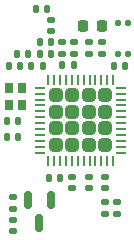
<source format=gbr>
%TF.GenerationSoftware,KiCad,Pcbnew,7.0.6*%
%TF.CreationDate,2023-07-24T21:53:20+02:00*%
%TF.ProjectId,beacon,62656163-6f6e-42e6-9b69-6361645f7063,rev?*%
%TF.SameCoordinates,Original*%
%TF.FileFunction,Paste,Top*%
%TF.FilePolarity,Positive*%
%FSLAX46Y46*%
G04 Gerber Fmt 4.6, Leading zero omitted, Abs format (unit mm)*
G04 Created by KiCad (PCBNEW 7.0.6) date 2023-07-24 21:53:20*
%MOMM*%
%LPD*%
G01*
G04 APERTURE LIST*
G04 Aperture macros list*
%AMRoundRect*
0 Rectangle with rounded corners*
0 $1 Rounding radius*
0 $2 $3 $4 $5 $6 $7 $8 $9 X,Y pos of 4 corners*
0 Add a 4 corners polygon primitive as box body*
4,1,4,$2,$3,$4,$5,$6,$7,$8,$9,$2,$3,0*
0 Add four circle primitives for the rounded corners*
1,1,$1+$1,$2,$3*
1,1,$1+$1,$4,$5*
1,1,$1+$1,$6,$7*
1,1,$1+$1,$8,$9*
0 Add four rect primitives between the rounded corners*
20,1,$1+$1,$2,$3,$4,$5,0*
20,1,$1+$1,$4,$5,$6,$7,0*
20,1,$1+$1,$6,$7,$8,$9,0*
20,1,$1+$1,$8,$9,$2,$3,0*%
G04 Aperture macros list end*
%ADD10RoundRect,0.147500X0.172500X-0.147500X0.172500X0.147500X-0.172500X0.147500X-0.172500X-0.147500X0*%
%ADD11RoundRect,0.140000X0.140000X0.170000X-0.140000X0.170000X-0.140000X-0.170000X0.140000X-0.170000X0*%
%ADD12RoundRect,0.140000X-0.170000X0.140000X-0.170000X-0.140000X0.170000X-0.140000X0.170000X0.140000X0*%
%ADD13RoundRect,0.250000X0.315000X0.315000X-0.315000X0.315000X-0.315000X-0.315000X0.315000X-0.315000X0*%
%ADD14RoundRect,0.062500X0.375000X0.062500X-0.375000X0.062500X-0.375000X-0.062500X0.375000X-0.062500X0*%
%ADD15RoundRect,0.062500X0.062500X0.375000X-0.062500X0.375000X-0.062500X-0.375000X0.062500X-0.375000X0*%
%ADD16RoundRect,0.135000X0.185000X-0.135000X0.185000X0.135000X-0.185000X0.135000X-0.185000X-0.135000X0*%
%ADD17RoundRect,0.140000X0.170000X-0.140000X0.170000X0.140000X-0.170000X0.140000X-0.170000X-0.140000X0*%
%ADD18RoundRect,0.150000X-0.150000X0.587500X-0.150000X-0.587500X0.150000X-0.587500X0.150000X0.587500X0*%
%ADD19RoundRect,0.140000X-0.140000X-0.170000X0.140000X-0.170000X0.140000X0.170000X-0.140000X0.170000X0*%
%ADD20RoundRect,0.135000X-0.185000X0.135000X-0.185000X-0.135000X0.185000X-0.135000X0.185000X0.135000X0*%
%ADD21R,0.800000X0.900000*%
%ADD22RoundRect,0.125000X-0.125000X0.150000X-0.125000X-0.150000X0.125000X-0.150000X0.125000X0.150000X0*%
%ADD23RoundRect,0.147500X-0.147500X-0.172500X0.147500X-0.172500X0.147500X0.172500X-0.147500X0.172500X0*%
%ADD24RoundRect,0.218750X-0.218750X-0.256250X0.218750X-0.256250X0.218750X0.256250X-0.218750X0.256250X0*%
G04 APERTURE END LIST*
D10*
%TO.C,L3*%
X6100000Y20815000D03*
X6100000Y21785000D03*
%TD*%
D11*
%TO.C,C5*%
X5380000Y17900000D03*
X4420000Y17900000D03*
%TD*%
%TO.C,C7*%
X6080000Y19900000D03*
X5120000Y19900000D03*
%TD*%
D12*
%TO.C,C11*%
X10700000Y8480000D03*
X10700000Y7520000D03*
%TD*%
%TO.C,C13*%
X2900000Y6780000D03*
X2900000Y5820000D03*
%TD*%
%TO.C,C3*%
X9300000Y8480000D03*
X9300000Y7520000D03*
%TD*%
D11*
%TO.C,C12*%
X3480000Y17900000D03*
X2520000Y17900000D03*
%TD*%
D13*
%TO.C,U1*%
X10700000Y11200000D03*
X10700000Y12600000D03*
X10700000Y14000000D03*
X10700000Y15400000D03*
X9300000Y11200000D03*
X9300000Y12600000D03*
X9300000Y14000000D03*
X9300000Y15400000D03*
X7900000Y11200000D03*
X7900000Y12600000D03*
X7900000Y14000000D03*
X7900000Y15400000D03*
X6500000Y11200000D03*
X6500000Y12600000D03*
X6500000Y14000000D03*
X6500000Y15400000D03*
D14*
X12037500Y10550000D03*
X12037500Y11050000D03*
X12037500Y11550000D03*
X12037500Y12050000D03*
X12037500Y12550000D03*
X12037500Y13050000D03*
X12037500Y13550000D03*
X12037500Y14050000D03*
X12037500Y14550000D03*
X12037500Y15050000D03*
X12037500Y15550000D03*
X12037500Y16050000D03*
D15*
X11350000Y16737500D03*
X10850000Y16737500D03*
X10350000Y16737500D03*
X9850000Y16737500D03*
X9350000Y16737500D03*
X8850000Y16737500D03*
X8350000Y16737500D03*
X7850000Y16737500D03*
X7350000Y16737500D03*
X6850000Y16737500D03*
X6350000Y16737500D03*
X5850000Y16737500D03*
D14*
X5162500Y16050000D03*
X5162500Y15550000D03*
X5162500Y15050000D03*
X5162500Y14550000D03*
X5162500Y14050000D03*
X5162500Y13550000D03*
X5162500Y13050000D03*
X5162500Y12550000D03*
X5162500Y12050000D03*
X5162500Y11550000D03*
X5162500Y11050000D03*
X5162500Y10550000D03*
D15*
X5850000Y9862500D03*
X6350000Y9862500D03*
X6850000Y9862500D03*
X7350000Y9862500D03*
X7850000Y9862500D03*
X8350000Y9862500D03*
X8850000Y9862500D03*
X9350000Y9862500D03*
X9850000Y9862500D03*
X10350000Y9862500D03*
X10850000Y9862500D03*
X11350000Y9862500D03*
%TD*%
D16*
%TO.C,R3*%
X10400000Y18900000D03*
X10400000Y19920000D03*
%TD*%
D17*
%TO.C,C14*%
X2900000Y3920000D03*
X2900000Y4880000D03*
%TD*%
D18*
%TO.C,U2*%
X6050000Y6500000D03*
X4150000Y6500000D03*
X5100000Y4625000D03*
%TD*%
D17*
%TO.C,C6*%
X8000000Y18920000D03*
X8000000Y19880000D03*
%TD*%
D19*
%TO.C,C15*%
X5920000Y8400000D03*
X6880000Y8400000D03*
%TD*%
D20*
%TO.C,R4*%
X9300000Y19910000D03*
X9300000Y18890000D03*
%TD*%
D11*
%TO.C,C1*%
X12380000Y17900000D03*
X11420000Y17900000D03*
%TD*%
%TO.C,C10*%
X3280000Y13200000D03*
X2320000Y13200000D03*
%TD*%
%TO.C,C4*%
X4180000Y18900000D03*
X3220000Y18900000D03*
%TD*%
D12*
%TO.C,C2*%
X7850000Y8480000D03*
X7850000Y7520000D03*
%TD*%
D20*
%TO.C,R1*%
X10700000Y6410000D03*
X10700000Y5390000D03*
%TD*%
D21*
%TO.C,Y1*%
X3600000Y14600000D03*
X3600000Y16000000D03*
X2500000Y16000000D03*
X2500000Y14600000D03*
%TD*%
D11*
%TO.C,C9*%
X3280000Y11900000D03*
X2320000Y11900000D03*
%TD*%
D20*
%TO.C,R2*%
X11700000Y6410000D03*
X11700000Y5390000D03*
%TD*%
D22*
%TO.C,SW1*%
X12600000Y21525000D03*
X11800000Y21525000D03*
X12600000Y18875000D03*
X11800000Y18875000D03*
%TD*%
D23*
%TO.C,L1*%
X5115000Y18900000D03*
X6085000Y18900000D03*
%TD*%
D11*
%TO.C,C8*%
X5780000Y22700000D03*
X4820000Y22700000D03*
%TD*%
D23*
%TO.C,L4*%
X7030000Y18000000D03*
X8000000Y18000000D03*
%TD*%
D10*
%TO.C,L2*%
X7000000Y18915000D03*
X7000000Y19885000D03*
%TD*%
D24*
%TO.C,D1*%
X8812500Y21300000D03*
X10387500Y21300000D03*
%TD*%
M02*

</source>
